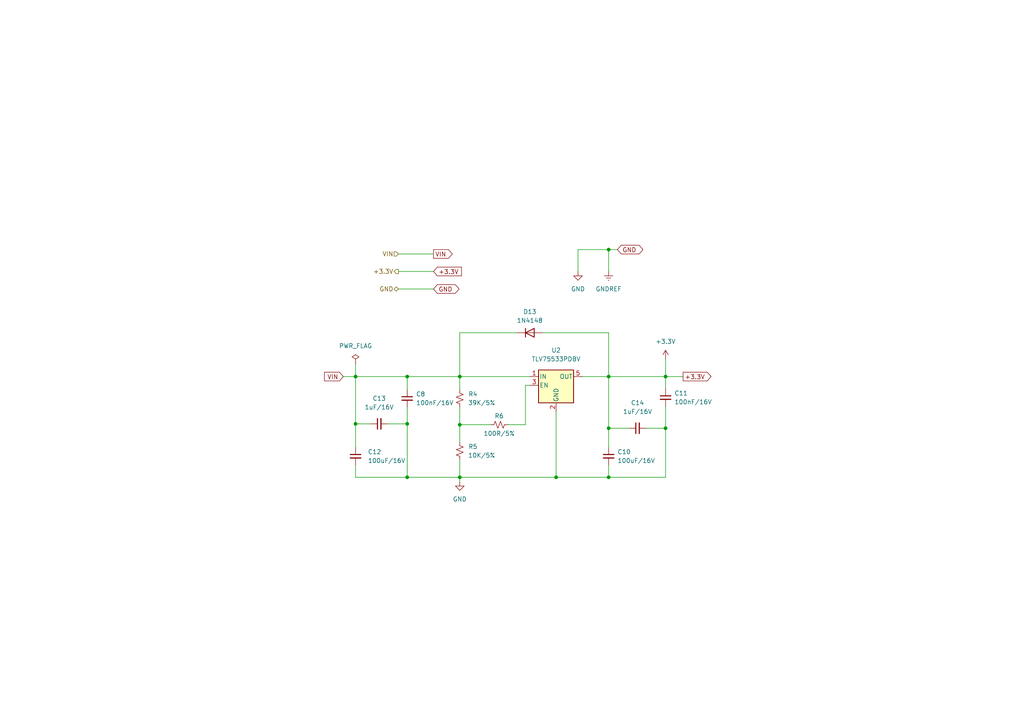
<source format=kicad_sch>
(kicad_sch (version 20211123) (generator eeschema)
  (paper "A4")
  (lib_symbols
    (symbol "Device:C_Small" (pin_numbers hide) (pin_names (offset 0.254) hide)
      (property "Reference" "C" (at 0.254 1.778 0))
      (property "Value" "C_Small" (at 0.254 -2.032 0))
      (symbol "C_Small_0_1"
        (polyline (pts (xy -1.524 -0.508) (xy 1.524 -0.508)) (stroke (width 0.3302)))
        (polyline (pts (xy -1.524 0.508) (xy 1.524 0.508)) (stroke (width 0.3048)))
      )
      (symbol "C_Small_1_1"
        (pin passive line (at 0 2.54 270) (length 2.032) (name "~") (number "1"))
        (pin passive line (at 0 -2.54 90) (length 2.032) (name "~") (number "2"))
      )
    )
    (symbol "Device:R_Small_US" (pin_numbers hide) (pin_names (offset 0.254) hide)
      (property "Reference" "R" (at 0.762 0.508 0))
      (property "Value" "R_Small_US" (at 0.762 -1.016 0))
      (symbol "R_Small_US_1_1"
        (polyline (pts (xy 0 0) (xy 1.016 -0.381) (xy 0 -0.762) (xy -1.016 -1.143) (xy 0 -1.524)))
        (polyline (pts (xy 0 1.524) (xy 1.016 1.143) (xy 0 0.762) (xy -1.016 0.381) (xy 0 0)))
        (pin passive line (at 0 2.54 270) (length 1.016) (name "~") (number "1"))
        (pin passive line (at 0 -2.54 90) (length 1.016) (name "~") (number "2"))
      )
    )
    (symbol "Diode:1SS355VM" (pin_numbers hide) (pin_names (offset 1.016) hide)
      (property "Reference" "D" (at 0 2.54 0))
      (property "Value" "1SS355VM" (at 0 -2.54 0))
      (symbol "1SS355VM_0_1"
        (polyline (pts (xy -1.27 1.27) (xy -1.27 -1.27)) (stroke (width 0.254)))
        (polyline (pts (xy 1.27 0) (xy -1.27 0)))
        (polyline (pts (xy 1.27 1.27) (xy 1.27 -1.27) (xy -1.27 0) (xy 1.27 1.27)) (stroke (width 0.254)))
      )
      (symbol "1SS355VM_1_1"
        (pin passive line (at -3.81 0 0) (length 2.54) (name "K") (number "1"))
        (pin passive line (at 3.81 0 180) (length 2.54) (name "A") (number "2"))
      )
    )
    (symbol "Regulator_Linear:TLV75533PDBV" (pin_names (offset 0.254))
      (property "Reference" "U" (at -3.81 5.715 0))
      (property "Value" "TLV75533PDBV" (at 0 5.715 0))
      (symbol "TLV75533PDBV_0_1"
        (rectangle (start -5.08 4.445) (end 5.08 -5.08) (stroke (width 0.254)) (fill (type background)))
      )
      (symbol "TLV75533PDBV_1_1"
        (pin power_in line (at -7.62 2.54 0) (length 2.54) (name "IN") (number "1"))
        (pin power_in line (at 0 -7.62 90) (length 2.54) (name "GND") (number "2"))
        (pin input line (at -7.62 0 0) (length 2.54) (name "EN") (number "3"))
        (pin no_connect line (at 5.08 0 180) (length 2.54) hide (name "NC") (number "4"))
        (pin power_out line (at 7.62 2.54 180) (length 2.54) (name "OUT") (number "5"))
      )
    )
    (symbol "power:+3.3V" (power) (pin_names (offset 0))
      (property "Value" "+3.3V" (at 0 3.556 0))
      (symbol "+3.3V_0_1"
        (polyline (pts (xy -0.762 1.27) (xy 0 2.54)))
        (polyline (pts (xy 0 0) (xy 0 2.54)))
        (polyline (pts (xy 0 2.54) (xy 0.762 1.27)))
      )
      (symbol "+3.3V_1_1"
        (pin power_in line (at 0 0 90) (length 0) hide (name "+3.3V") (number "1"))
      )
    )
    (symbol "power:GND" (power) (pin_names (offset 0))
      (property "Value" "GND" (at 0 -3.81 0))
      (symbol "GND_0_1"
        (polyline (pts (xy 0 0) (xy 0 -1.27) (xy 1.27 -1.27) (xy 0 -2.54) (xy -1.27 -1.27) (xy 0 -1.27)))
      )
      (symbol "GND_1_1"
        (pin power_in line (at 0 0 270) (length 0) hide (name "GND") (number "1"))
      )
    )
    (symbol "power:GNDREF" (power) (pin_names (offset 0))
      (property "Value" "GNDREF" (at 0 -3.81 0))
      (symbol "GNDREF_0_1"
        (polyline (pts (xy -0.635 -1.905) (xy 0.635 -1.905)))
        (polyline (pts (xy -0.127 -2.54) (xy 0.127 -2.54)))
        (polyline (pts (xy 0 -1.27) (xy 0 0)))
        (polyline (pts (xy 1.27 -1.27) (xy -1.27 -1.27)))
      )
      (symbol "GNDREF_1_1"
        (pin power_in line (at 0 0 270) (length 0) hide (name "GNDREF") (number "1"))
      )
    )
    (symbol "power:PWR_FLAG" (power) (pin_numbers hide) (pin_names (offset 0) hide)
      (property "Value" "PWR_FLAG" (at 0 3.81 0))
      (symbol "PWR_FLAG_0_0"
        (pin power_out line (at 0 0 90) (length 0) (name "pwr") (number "1"))
      )
      (symbol "PWR_FLAG_0_1"
        (polyline (pts (xy 0 0) (xy 0 1.27) (xy -1.016 1.905) (xy 0 2.54) (xy 1.016 1.905) (xy 0 1.27)))
      )
    )
  )
  (junction (at 133.35 109.22))
  (junction (at 133.35 123.19))
  (junction (at 133.35 138.43))
  (junction (at 118.11 122.936))
  (junction (at 118.11 138.43))
  (junction (at 193.04 124.206))
  (junction (at 103.124 122.936))
  (junction (at 176.53 72.39))
  (junction (at 103.124 109.22))
  (junction (at 176.53 109.22))
  (junction (at 118.11 109.22))
  (junction (at 176.53 124.206))
  (junction (at 176.53 138.43))
  (junction (at 193.04 109.22))
  (junction (at 161.29 138.43))
  (wire (pts (xy 133.35 96.52) (xy 133.35 109.22)))
  (wire (pts (xy 147.32 123.19) (xy 152.4 123.19)))
  (wire (pts (xy 103.124 109.22) (xy 103.124 122.936)))
  (wire (pts (xy 133.35 109.22) (xy 153.67 109.22)))
  (wire (pts (xy 103.124 134.874) (xy 103.124 138.43)))
  (wire (pts (xy 115.57 78.74) (xy 125.73 78.74)))
  (wire (pts (xy 133.35 109.22) (xy 133.35 113.03)))
  (wire (pts (xy 133.35 138.43) (xy 161.29 138.43)))
  (wire (pts (xy 103.124 122.936) (xy 107.442 122.936)))
  (wire (pts (xy 167.64 72.39) (xy 176.53 72.39)))
  (wire (pts (xy 133.35 133.35) (xy 133.35 138.43)))
  (wire (pts (xy 103.124 105.41) (xy 103.124 109.22)))
  (wire (pts (xy 103.124 109.22) (xy 118.11 109.22)))
  (wire (pts (xy 103.124 122.936) (xy 103.124 129.794)))
  (wire (pts (xy 112.522 122.936) (xy 118.11 122.936)))
  (wire (pts (xy 118.11 118.11) (xy 118.11 122.936)))
  (wire (pts (xy 193.04 112.776) (xy 193.04 109.22)))
  (wire (pts (xy 176.53 96.52) (xy 176.53 109.22)))
  (wire (pts (xy 176.53 138.43) (xy 193.04 138.43)))
  (wire (pts (xy 161.29 138.43) (xy 176.53 138.43)))
  (wire (pts (xy 176.53 72.39) (xy 176.53 78.74)))
  (wire (pts (xy 118.11 109.22) (xy 118.11 113.03)))
  (wire (pts (xy 118.11 122.936) (xy 118.11 138.43)))
  (wire (pts (xy 193.04 109.22) (xy 198.12 109.22)))
  (wire (pts (xy 133.35 138.43) (xy 133.35 139.7)))
  (wire (pts (xy 187.452 124.206) (xy 193.04 124.206)))
  (wire (pts (xy 193.04 124.206) (xy 193.04 117.856)))
  (wire (pts (xy 176.53 109.22) (xy 193.04 109.22)))
  (wire (pts (xy 115.57 73.66) (xy 125.73 73.66)))
  (wire (pts (xy 152.4 111.76) (xy 153.67 111.76)))
  (wire (pts (xy 161.29 119.38) (xy 161.29 138.43)))
  (wire (pts (xy 193.04 104.14) (xy 193.04 109.22)))
  (wire (pts (xy 115.57 83.82) (xy 125.73 83.82)))
  (wire (pts (xy 176.53 109.22) (xy 176.53 124.206)))
  (wire (pts (xy 176.53 124.206) (xy 176.53 129.794)))
  (wire (pts (xy 133.35 123.19) (xy 133.35 128.27)))
  (wire (pts (xy 157.48 96.52) (xy 176.53 96.52)))
  (wire (pts (xy 167.64 78.74) (xy 167.64 72.39)))
  (wire (pts (xy 118.11 138.43) (xy 133.35 138.43)))
  (wire (pts (xy 168.91 109.22) (xy 176.53 109.22)))
  (wire (pts (xy 118.11 109.22) (xy 133.35 109.22)))
  (wire (pts (xy 149.86 96.52) (xy 133.35 96.52)))
  (wire (pts (xy 176.53 134.874) (xy 176.53 138.43)))
  (wire (pts (xy 103.124 138.43) (xy 118.11 138.43)))
  (wire (pts (xy 176.53 124.206) (xy 182.372 124.206)))
  (wire (pts (xy 133.35 118.11) (xy 133.35 123.19)))
  (wire (pts (xy 193.04 138.43) (xy 193.04 124.206)))
  (wire (pts (xy 179.07 72.39) (xy 176.53 72.39)))
  (wire (pts (xy 142.24 123.19) (xy 133.35 123.19)))
  (wire (pts (xy 99.568 109.22) (xy 103.124 109.22)))
  (wire (pts (xy 152.4 111.76) (xy 152.4 123.19)))
  (global_label "VIN" (shape output) (at 125.73 73.66 0) (property "插入圖紙頁參考" "${INTERSHEET_REFS}" (effects hide)))
  (global_label "GND" (shape bidirectional) (at 125.73 83.82 0) (property "插入圖紙頁參考" "${INTERSHEET_REFS}" (effects hide)))
  (global_label "GND" (shape bidirectional) (at 179.07 72.39 0) (property "插入圖紙頁參考" "${INTERSHEET_REFS}" (effects hide)))
  (global_label "+3.3V" (shape output) (at 198.12 109.22 0) (property "插入圖紙頁參考" "${INTERSHEET_REFS}" (effects hide)))
  (global_label "VIN" (shape input) (at 99.568 109.22 180) (property "插入圖紙頁參考" "${INTERSHEET_REFS}" (effects hide)))
  (global_label "+3.3V" (shape input) (at 125.73 78.74 0) (property "插入圖紙頁參考" "${INTERSHEET_REFS}" (effects hide)))
  (hierarchical_label "+3.3V" (shape output) (at 115.57 78.74 180))
  (hierarchical_label "VIN" (shape input) (at 115.57 73.66 180))
  (hierarchical_label "GND" (shape bidirectional) (at 115.57 83.82 180))
  (symbol (lib_id "Device:C_Small") (at 109.982 122.936 90) (unit 1)
    (property "Reference" "C13" (at 109.9883 115.57 90))
    (property "Value" "1uF/16V" (at 109.9883 118.11 90))
    (property "Footprint" "Capacitor_SMD:C_0603_1608Metric" (effects hide))
  )
  (symbol (lib_id "power:GND") (at 133.35 139.7 0) (unit 1)
    (property "Reference" "#PWR012" (effects hide))
    (property "Value" "GND" (at 133.35 144.78 0))
  )
  (symbol (lib_id "Device:R_Small_US") (at 133.35 130.81 0) (unit 1)
    (property "Reference" "R5" (at 137.16 129.54 0))
    (property "Value" "10K/5%" (at 139.7 132.08 0))
    (property "Footprint" "Resistor_SMD:R_0603_1608Metric" (effects hide))
  )
  (symbol (lib_id "Regulator_Linear:TLV75533PDBV") (at 161.29 111.76 0) (unit 1)
    (property "Reference" "U2" (at 161.29 101.6 0))
    (property "Value" "TLV75533PDBV" (at 161.29 104.14 0))
    (property "Footprint" "Package_TO_SOT_SMD:SOT-23-5" (effects hide))
    (property "Datasheet" "http://www.ti.com/lit/ds/symlink/tlv755p.pdf" (effects hide))
  )
  (symbol (lib_id "power:PWR_FLAG") (at 103.124 105.41 0) (unit 1)
    (property "Reference" "#FLG0101" (effects hide))
    (property "Value" "PWR_FLAG" (at 103.124 100.33 0))
  )
  (symbol (lib_id "Device:C_Small") (at 118.11 115.57 0) (unit 1)
    (property "Reference" "C8" (at 120.65 114.3062 0) (effects (justify left)))
    (property "Value" "100nF/16V" (at 120.65 116.8462 0) (effects (justify left)))
    (property "Footprint" "Capacitor_SMD:C_0603_1608Metric" (effects hide))
  )
  (symbol (lib_id "Device:C_Small") (at 103.124 132.334 0) (unit 1)
    (property "Reference" "C12" (at 106.68 131.0702 0) (effects (justify left)))
    (property "Value" "100uF/16V" (at 106.68 133.6102 0) (effects (justify left)))
    (property "Footprint" "Capacitor_SMD:C_1206_3216Metric" (effects hide))
  )
  (symbol (lib_id "Device:C_Small") (at 193.04 115.316 0) (unit 1)
    (property "Reference" "C11" (at 195.58 114.0522 0) (effects (justify left)))
    (property "Value" "100nF/16V" (at 195.58 116.5922 0) (effects (justify left)))
    (property "Footprint" "Capacitor_SMD:C_0603_1608Metric" (effects hide))
  )
  (symbol (lib_id "Device:C_Small") (at 184.912 124.206 90) (unit 1)
    (property "Reference" "C14" (at 184.9183 116.84 90))
    (property "Value" "1uF/16V" (at 184.9183 119.38 90))
    (property "Footprint" "Capacitor_SMD:C_0603_1608Metric" (effects hide))
  )
  (symbol (lib_id "power:GNDREF") (at 176.53 78.74 0) (unit 1)
    (property "Reference" "#PWR014" (effects hide))
    (property "Value" "GNDREF" (at 176.53 83.82 0))
  )
  (symbol (lib_id "Device:R_Small_US") (at 133.35 115.57 180) (unit 1)
    (property "Reference" "R4" (at 137.16 114.3 0))
    (property "Value" "39K/5%" (at 139.7 116.84 0))
    (property "Footprint" "Resistor_SMD:R_0603_1608Metric" (effects hide))
  )
  (symbol (lib_id "Device:C_Small") (at 176.53 132.334 0) (unit 1)
    (property "Reference" "C10" (at 179.07 131.0702 0) (effects (justify left)))
    (property "Value" "100uF/16V" (at 179.07 133.6102 0) (effects (justify left)))
    (property "Footprint" "Capacitor_SMD:C_1206_3216Metric" (effects hide))
  )
  (symbol (lib_id "power:+3.3V") (at 193.04 104.14 0) (unit 1)
    (property "Reference" "#PWR015" (effects hide))
    (property "Value" "+3.3V" (at 193.04 99.06 0))
  )
  (symbol (lib_id "Device:R_Small_US") (at 144.78 123.19 270) (unit 1)
    (property "Reference" "R6" (at 144.78 120.65 90))
    (property "Value" "100R/5%" (at 144.78 125.73 90))
    (property "Footprint" "Resistor_SMD:R_0603_1608Metric" (effects hide))
  )
  (symbol (lib_id "power:GND") (at 167.64 78.74 0) (unit 1)
    (property "Reference" "#PWR013" (effects hide))
    (property "Value" "GND" (at 167.64 83.82 0))
  )
  (symbol (lib_id "Diode:1SS355VM") (at 153.67 96.52 0) (unit 1)
    (property "Reference" "D13" (at 153.67 90.424 0))
    (property "Value" "1N4148" (at 153.67 92.964 0))
    (property "Footprint" "Diode_SMD:D_0805_2012Metric" (effects hide))
    (property "Datasheet" "https://fscdn.rohm.com/en/products/databook/datasheet/discrete/diode/switching/1ss355vmte-17-e.pdf" (effects hide))
  )
)
</source>
